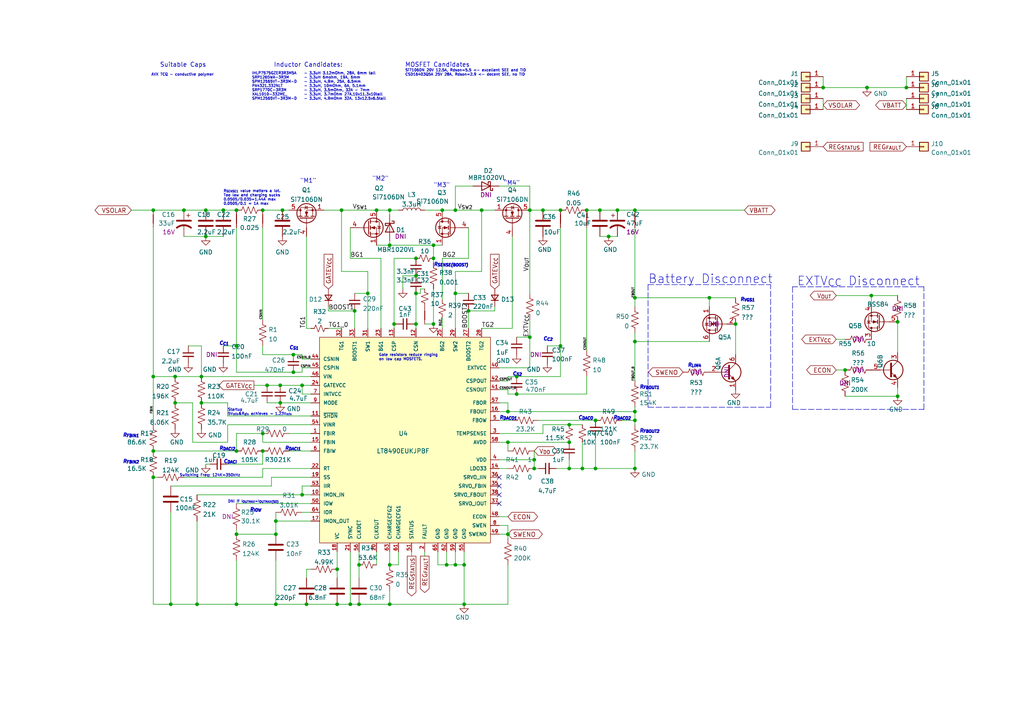
<source format=kicad_sch>
(kicad_sch (version 20211123) (generator eeschema)
  (paper "A4")
  (junction (at 77.47 111.76))
  (junction (at 147.32 119.38))
  (junction (at 147.32 154.94))
  (junction (at 165.1 128.27))
  (junction (at 68.58 130.81))
  (junction (at 81.915 60.96))
  (junction (at 125.73 74.93))
  (junction (at 165.1 123.19))
  (junction (at 170.18 60.96))
  (junction (at 172.72 135.89))
  (junction (at 120.65 93.98))
  (junction (at 176.53 68.58))
  (junction (at 101.6 175.26))
  (junction (at 102.87 90.17))
  (junction (at 165.1 135.89))
  (junction (at 64.77 60.96))
  (junction (at 104.14 163.83))
  (junction (at 139.7 60.96))
  (junction (at 184.15 135.89))
  (junction (at 80.01 154.94))
  (junction (at 50.8 109.22))
  (junction (at 114.3 93.98))
  (junction (at 262.89 25.4))
  (junction (at 132.08 163.83))
  (junction (at 128.27 60.96))
  (junction (at 113.03 175.26))
  (junction (at 184.15 121.92))
  (junction (at 88.9 175.26))
  (junction (at 238.76 25.4))
  (junction (at 109.22 60.96))
  (junction (at 57.15 175.26))
  (junction (at 59.69 60.96))
  (junction (at 99.06 60.96))
  (junction (at 87.63 111.76))
  (junction (at 213.36 93.98))
  (junction (at 153.67 97.79))
  (junction (at 49.53 175.26))
  (junction (at 120.65 80.01))
  (junction (at 80.01 175.26))
  (junction (at 184.15 86.36))
  (junction (at 120.65 85.09))
  (junction (at 106.68 85.09))
  (junction (at 68.58 154.94))
  (junction (at 44.45 109.22))
  (junction (at 87.63 143.51))
  (junction (at 173.99 60.96))
  (junction (at 120.65 74.93))
  (junction (at 125.73 93.98))
  (junction (at 53.34 60.96))
  (junction (at 162.56 100.33))
  (junction (at 104.14 175.26))
  (junction (at 58.42 109.22))
  (junction (at 59.69 68.58))
  (junction (at 154.94 133.35))
  (junction (at 81.28 116.84))
  (junction (at 179.07 60.96))
  (junction (at 44.45 130.81))
  (junction (at 50.8 116.84))
  (junction (at 252.73 85.725))
  (junction (at 129.54 163.83))
  (junction (at 168.91 135.89))
  (junction (at 85.09 107.95))
  (junction (at 97.79 165.1))
  (junction (at 260.35 93.345))
  (junction (at 85.09 102.87))
  (junction (at 68.58 175.26))
  (junction (at 76.2 130.81))
  (junction (at 157.48 60.96))
  (junction (at 132.08 85.09))
  (junction (at 68.58 100.33))
  (junction (at 81.28 111.76))
  (junction (at 205.74 86.36))
  (junction (at 113.03 60.96))
  (junction (at 58.42 116.84))
  (junction (at 132.08 60.96))
  (junction (at 76.2 60.96))
  (junction (at 135.89 90.17))
  (junction (at 97.79 175.26))
  (junction (at 154.94 135.89))
  (junction (at 149.86 109.22))
  (junction (at 125.73 71.12))
  (junction (at 245.11 107.315))
  (junction (at 80.01 151.13))
  (junction (at 153.67 60.96))
  (junction (at 113.03 163.83))
  (junction (at 184.15 60.96))
  (junction (at 260.35 114.935))
  (junction (at 184.15 119.38))
  (junction (at 149.86 114.3))
  (junction (at 134.62 163.83))
  (junction (at 44.45 60.96))
  (junction (at 113.03 71.12))
  (junction (at 68.58 60.96))
  (junction (at 162.56 60.96))
  (junction (at 251.46 25.4))
  (junction (at 44.45 138.43))
  (junction (at 134.62 175.26))
  (junction (at 184.15 99.06))
  (junction (at 172.72 121.92))
  (junction (at 147.32 128.27))
  (junction (at 76.2 125.73))
  (no_connect (at 144.78 138.43))
  (no_connect (at 144.78 140.97))
  (no_connect (at 144.78 143.51))
  (no_connect (at 144.78 146.05))
  (wire (pts (xy 180.34 121.92) (xy 184.15 121.92)))
  (wire (pts (xy 90.17 114.3) (xy 87.63 114.3)))
  (wire (pts (xy 252.73 85.725) (xy 252.73 88.265)))
  (wire (pts (xy 102.87 90.17) (xy 102.87 95.25)))
  (wire (pts (xy 113.03 60.96) (xy 115.57 60.96)))
  (wire (pts (xy 184.15 123.19) (xy 184.15 121.92)))
  (wire (pts (xy 113.03 69.85) (xy 113.03 71.12)))
  (wire (pts (xy 123.19 93.98) (xy 125.73 93.98)))
  (wire (pts (xy 148.59 95.25) (xy 148.59 68.58)))
  (wire (pts (xy 68.58 146.05) (xy 90.17 146.05)))
  (wire (pts (xy 172.72 135.89) (xy 184.15 135.89)))
  (wire (pts (xy 68.58 175.26) (xy 80.01 175.26)))
  (wire (pts (xy 68.58 162.56) (xy 68.58 175.26)))
  (wire (pts (xy 184.15 118.11) (xy 184.15 119.38)))
  (wire (pts (xy 66.04 123.19) (xy 90.17 123.19)))
  (wire (pts (xy 90.17 165.1) (xy 88.9 165.1)))
  (wire (pts (xy 123.19 83.82) (xy 121.92 83.82)))
  (wire (pts (xy 88.9 68.58) (xy 88.9 95.25)))
  (wire (pts (xy 87.63 143.51) (xy 90.17 143.51)))
  (wire (pts (xy 121.92 85.09) (xy 120.65 85.09)))
  (wire (pts (xy 76.2 60.96) (xy 81.915 60.96)))
  (wire (pts (xy 127 160.02) (xy 127 163.83)))
  (wire (pts (xy 87.63 148.59) (xy 90.17 148.59)))
  (wire (pts (xy 121.92 83.82) (xy 121.92 85.09)))
  (wire (pts (xy 59.69 60.96) (xy 64.77 60.96)))
  (wire (pts (xy 97.79 175.26) (xy 101.6 175.26)))
  (wire (pts (xy 251.46 25.4) (xy 262.89 25.4)))
  (wire (pts (xy 129.54 160.02) (xy 129.54 163.83)))
  (wire (pts (xy 120.65 93.98) (xy 120.65 95.25)))
  (wire (pts (xy 157.48 60.96) (xy 162.56 60.96)))
  (wire (pts (xy 116.84 80.01) (xy 120.65 80.01)))
  (wire (pts (xy 170.18 114.3) (xy 170.18 109.22)))
  (wire (pts (xy 97.79 165.1) (xy 97.79 167.64)))
  (wire (pts (xy 90.17 106.68) (xy 87.63 106.68)))
  (wire (pts (xy 85.09 107.95) (xy 68.58 107.95)))
  (wire (pts (xy 144.78 125.73) (xy 157.48 125.73)))
  (wire (pts (xy 172.72 127) (xy 172.72 135.89)))
  (wire (pts (xy 170.18 66.04) (xy 170.18 101.6)))
  (wire (pts (xy 59.69 134.62) (xy 60.96 134.62)))
  (wire (pts (xy 87.63 114.3) (xy 87.63 111.76)))
  (wire (pts (xy 147.32 109.22) (xy 149.86 109.22)))
  (wire (pts (xy 80.01 175.26) (xy 88.9 175.26)))
  (wire (pts (xy 68.58 154.94) (xy 80.01 154.94)))
  (wire (pts (xy 76.2 134.62) (xy 76.2 130.81)))
  (wire (pts (xy 205.74 86.36) (xy 184.15 86.36)))
  (wire (pts (xy 128.27 74.93) (xy 135.89 74.93)))
  (wire (pts (xy 85.09 102.87) (xy 76.2 102.87)))
  (wire (pts (xy 123.19 60.96) (xy 128.27 60.96)))
  (wire (pts (xy 102.87 85.09) (xy 106.68 85.09)))
  (wire (pts (xy 157.48 125.73) (xy 157.48 123.19)))
  (wire (pts (xy 90.17 140.97) (xy 87.63 140.97)))
  (wire (pts (xy 104.14 160.02) (xy 104.14 163.83)))
  (wire (pts (xy 132.08 60.96) (xy 139.7 60.96)))
  (wire (pts (xy 113.03 171.45) (xy 113.03 175.26)))
  (wire (pts (xy 132.08 78.74) (xy 139.7 78.74)))
  (wire (pts (xy 109.22 160.02) (xy 109.22 163.83)))
  (wire (pts (xy 147.32 152.4) (xy 147.32 154.94)))
  (wire (pts (xy 57.15 175.26) (xy 68.58 175.26)))
  (wire (pts (xy 55.88 128.27) (xy 66.04 128.27)))
  (wire (pts (xy 44.45 130.81) (xy 68.58 130.81)))
  (wire (pts (xy 114.3 93.98) (xy 114.3 95.25)))
  (wire (pts (xy 173.99 68.58) (xy 176.53 68.58)))
  (wire (pts (xy 144.78 121.92) (xy 148.59 121.92)))
  (wire (pts (xy 64.77 60.96) (xy 68.58 60.96)))
  (wire (pts (xy 73.66 111.76) (xy 77.47 111.76)))
  (wire (pts (xy 154.94 133.35) (xy 154.94 135.89)))
  (wire (pts (xy 49.53 140.97) (xy 78.74 140.97)))
  (wire (pts (xy 153.67 60.96) (xy 153.67 85.09)))
  (wire (pts (xy 262.89 28.575) (xy 262.89 31.75)))
  (wire (pts (xy 184.15 99.06) (xy 184.15 110.49)))
  (wire (pts (xy 68.58 66.04) (xy 68.58 100.33)))
  (wire (pts (xy 44.45 66.04) (xy 44.45 109.22)))
  (wire (pts (xy 147.32 156.21) (xy 147.32 154.94)))
  (wire (pts (xy 116.84 80.01) (xy 116.84 83.82)))
  (polyline (pts (xy 267.97 83.185) (xy 229.87 83.185)))
  (wire (pts (xy 58.42 109.22) (xy 90.17 109.22)))
  (wire (pts (xy 165.1 135.89) (xy 168.91 135.89)))
  (wire (pts (xy 83.82 130.81) (xy 90.17 130.81)))
  (wire (pts (xy 95.25 95.25) (xy 99.06 95.25)))
  (wire (pts (xy 144.78 149.86) (xy 147.32 149.86)))
  (wire (pts (xy 184.15 86.36) (xy 184.15 66.04)))
  (wire (pts (xy 149.86 109.22) (xy 162.56 109.22)))
  (wire (pts (xy 132.08 85.09) (xy 135.89 85.09)))
  (wire (pts (xy 132.08 53.975) (xy 132.08 60.96)))
  (wire (pts (xy 44.45 138.43) (xy 45.72 138.43)))
  (wire (pts (xy 95.25 90.17) (xy 102.87 90.17)))
  (wire (pts (xy 123.19 160.02) (xy 123.19 161.29)))
  (wire (pts (xy 139.7 95.25) (xy 148.59 95.25)))
  (wire (pts (xy 68.58 125.73) (xy 68.58 130.81)))
  (wire (pts (xy 156.21 135.89) (xy 154.94 135.89)))
  (polyline (pts (xy 267.97 118.745) (xy 267.97 83.185)))
  (wire (pts (xy 77.47 111.76) (xy 81.28 111.76)))
  (wire (pts (xy 184.15 86.36) (xy 184.15 88.9)))
  (wire (pts (xy 139.7 78.74) (xy 139.7 60.96)))
  (wire (pts (xy 213.36 93.98) (xy 213.36 102.87)))
  (wire (pts (xy 147.32 113.03) (xy 147.32 114.3)))
  (wire (pts (xy 66.04 134.62) (xy 76.2 134.62)))
  (wire (pts (xy 90.17 104.14) (xy 87.63 104.14)))
  (wire (pts (xy 134.62 163.83) (xy 134.62 175.26)))
  (wire (pts (xy 115.57 160.02) (xy 115.57 163.83)))
  (wire (pts (xy 44.45 109.22) (xy 50.8 109.22)))
  (wire (pts (xy 85.09 102.87) (xy 87.63 102.87)))
  (wire (pts (xy 132.08 160.02) (xy 132.08 163.83)))
  (wire (pts (xy 119.38 160.02) (xy 119.38 161.29)))
  (wire (pts (xy 125.73 83.82) (xy 125.73 93.98)))
  (wire (pts (xy 156.21 121.92) (xy 172.72 121.92)))
  (wire (pts (xy 238.76 22.225) (xy 238.76 25.4)))
  (wire (pts (xy 44.45 175.26) (xy 49.53 175.26)))
  (wire (pts (xy 157.48 123.19) (xy 165.1 123.19)))
  (wire (pts (xy 238.76 25.4) (xy 251.46 25.4)))
  (wire (pts (xy 153.67 92.71) (xy 153.67 97.79)))
  (wire (pts (xy 120.65 85.09) (xy 120.65 93.98)))
  (wire (pts (xy 149.86 114.3) (xy 170.18 114.3)))
  (wire (pts (xy 120.015 93.98) (xy 120.65 93.98)))
  (wire (pts (xy 109.22 71.12) (xy 113.03 71.12)))
  (wire (pts (xy 88.9 165.1) (xy 88.9 167.64)))
  (wire (pts (xy 238.76 28.575) (xy 238.76 31.75)))
  (wire (pts (xy 81.28 116.84) (xy 77.47 116.84)))
  (wire (pts (xy 99.06 78.74) (xy 99.06 60.96)))
  (wire (pts (xy 38.1 60.96) (xy 44.45 60.96)))
  (wire (pts (xy 115.57 163.83) (xy 113.03 163.83)))
  (wire (pts (xy 114.3 93.98) (xy 114.935 93.98)))
  (wire (pts (xy 129.54 163.83) (xy 132.08 163.83)))
  (wire (pts (xy 149.86 97.79) (xy 153.67 97.79)))
  (wire (pts (xy 144.78 128.27) (xy 147.32 128.27)))
  (wire (pts (xy 144.78 110.49) (xy 147.32 110.49)))
  (wire (pts (xy 76.2 66.04) (xy 76.2 92.71)))
  (wire (pts (xy 81.28 111.76) (xy 87.63 111.76)))
  (wire (pts (xy 106.68 85.09) (xy 106.68 78.74)))
  (wire (pts (xy 143.51 88.9) (xy 143.51 90.17)))
  (wire (pts (xy 87.63 104.14) (xy 87.63 102.87)))
  (wire (pts (xy 97.79 160.02) (xy 97.79 165.1)))
  (wire (pts (xy 113.03 71.12) (xy 125.73 71.12)))
  (wire (pts (xy 57.15 151.13) (xy 57.15 175.26)))
  (wire (pts (xy 66.04 120.65) (xy 90.17 120.65)))
  (wire (pts (xy 147.32 128.27) (xy 165.1 128.27)))
  (wire (pts (xy 44.45 138.43) (xy 44.45 175.26)))
  (wire (pts (xy 147.32 110.49) (xy 147.32 109.22)))
  (wire (pts (xy 260.35 85.725) (xy 252.73 85.725)))
  (wire (pts (xy 162.56 100.33) (xy 162.56 109.22)))
  (wire (pts (xy 242.57 107.315) (xy 245.11 107.315)))
  (wire (pts (xy 90.17 151.13) (xy 80.01 151.13)))
  (wire (pts (xy 144.78 113.03) (xy 147.32 113.03)))
  (wire (pts (xy 184.15 130.81) (xy 184.15 135.89)))
  (wire (pts (xy 101.6 66.04) (xy 101.6 74.93)))
  (wire (pts (xy 158.75 100.33) (xy 162.56 100.33)))
  (wire (pts (xy 83.82 125.73) (xy 90.17 125.73)))
  (wire (pts (xy 137.16 53.975) (xy 132.08 53.975)))
  (wire (pts (xy 44.45 123.19) (xy 44.45 109.22)))
  (wire (pts (xy 106.68 95.25) (xy 106.68 85.09)))
  (wire (pts (xy 173.99 60.96) (xy 179.07 60.96)))
  (wire (pts (xy 144.78 116.84) (xy 147.32 116.84)))
  (polyline (pts (xy 187.96 82.55) (xy 223.52 82.55)))
  (wire (pts (xy 87.63 140.97) (xy 87.63 143.51)))
  (wire (pts (xy 81.28 116.84) (xy 90.17 116.84)))
  (wire (pts (xy 260.35 114.935) (xy 245.11 114.935)))
  (wire (pts (xy 127 163.83) (xy 129.54 163.83)))
  (wire (pts (xy 135.89 90.17) (xy 143.51 90.17)))
  (wire (pts (xy 184.15 99.06) (xy 205.74 99.06)))
  (wire (pts (xy 144.78 135.89) (xy 147.32 135.89)))
  (wire (pts (xy 58.42 116.84) (xy 66.04 116.84)))
  (wire (pts (xy 147.32 130.81) (xy 147.32 128.27)))
  (wire (pts (xy 93.98 60.96) (xy 99.06 60.96)))
  (wire (pts (xy 165.1 135.89) (xy 165.1 133.35)))
  (wire (pts (xy 132.08 60.96) (xy 128.27 60.96)))
  (wire (pts (xy 81.915 60.96) (xy 83.82 60.96)))
  (wire (pts (xy 144.78 53.975) (xy 153.67 53.975)))
  (wire (pts (xy 101.6 175.26) (xy 104.14 175.26)))
  (wire (pts (xy 76.2 135.89) (xy 90.17 135.89)))
  (wire (pts (xy 184.15 121.92) (xy 184.15 119.38)))
  (wire (pts (xy 132.08 95.25) (xy 132.08 85.09)))
  (wire (pts (xy 106.68 78.74) (xy 99.06 78.74)))
  (wire (pts (xy 205.74 86.36) (xy 213.36 86.36)))
  (wire (pts (xy 53.34 60.96) (xy 59.69 60.96)))
  (wire (pts (xy 78.74 138.43) (xy 90.17 138.43)))
  (wire (pts (xy 80.01 151.13) (xy 80.01 154.94)))
  (wire (pts (xy 110.49 74.93) (xy 110.49 95.25)))
  (wire (pts (xy 170.18 60.96) (xy 173.99 60.96)))
  (wire (pts (xy 153.67 106.68) (xy 153.67 97.79)))
  (wire (pts (xy 132.08 85.09) (xy 132.08 78.74)))
  (wire (pts (xy 58.42 100.33) (xy 54.61 100.33)))
  (wire (pts (xy 101.6 74.93) (xy 110.49 74.93)))
  (wire (pts (xy 125.73 71.12) (xy 128.27 71.12)))
  (wire (pts (xy 53.34 138.43) (xy 76.2 138.43)))
  (wire (pts (xy 114.3 74.93) (xy 114.3 93.98)))
  (wire (pts (xy 168.91 135.89) (xy 172.72 135.89)))
  (wire (pts (xy 55.88 116.84) (xy 55.88 128.27)))
  (wire (pts (xy 132.08 163.83) (xy 134.62 163.83)))
  (wire (pts (xy 104.14 163.83) (xy 104.14 167.64)))
  (wire (pts (xy 260.35 93.345) (xy 260.35 102.235)))
  (wire (pts (xy 184.15 60.96) (xy 215.9 60.96)))
  (wire (pts (xy 57.15 143.51) (xy 87.63 143.51)))
  (wire (pts (xy 147.32 116.84) (xy 147.32 119.38)))
  (wire (pts (xy 147.32 114.3) (xy 149.86 114.3)))
  (wire (pts (xy 80.01 151.13) (xy 80.01 148.59)))
  (wire (pts (xy 179.07 60.96) (xy 184.15 60.96)))
  (polyline (pts (xy 223.52 118.11) (xy 223.52 82.55)))
  (wire (pts (xy 153.67 60.96) (xy 157.48 60.96)))
  (wire (pts (xy 125.73 74.93) (xy 125.73 76.2)))
  (wire (pts (xy 147.32 119.38) (xy 184.15 119.38)))
  (wire (pts (xy 113.03 60.96) (xy 113.03 62.23)))
  (wire (pts (xy 113.03 175.26) (xy 134.62 175.26)))
  (wire (pts (xy 242.57 85.725) (xy 252.73 85.725)))
  (wire (pts (xy 161.29 135.89) (xy 165.1 135.89)))
  (wire (pts (xy 76.2 138.43) (xy 76.2 135.89)))
  (wire (pts (xy 134.62 160.02) (xy 134.62 163.83)))
  (wire (pts (xy 76.2 100.33) (xy 76.2 102.87)))
  (wire (pts (xy 49.53 148.59) (xy 49.53 175.26)))
  (wire (pts (xy 109.22 60.96) (xy 113.03 60.96)))
  (wire (pts (xy 50.8 109.22) (xy 58.42 109.22)))
  (wire (pts (xy 104.14 175.26) (xy 113.03 175.26)))
  (wire (pts (xy 66.04 128.27) (xy 66.04 123.19)))
  (wire (pts (xy 162.56 66.04) (xy 162.56 100.33)))
  (wire (pts (xy 260.35 112.395) (xy 260.35 114.935)))
  (wire (pts (xy 144.78 133.35) (xy 154.94 133.35)))
  (wire (pts (xy 144.78 154.94) (xy 147.32 154.94)))
  (wire (pts (xy 101.6 160.02) (xy 101.6 175.26)))
  (wire (pts (xy 125.73 71.12) (xy 125.73 74.93)))
  (wire (pts (xy 76.2 125.73) (xy 68.58 125.73)))
  (wire (pts (xy 58.42 109.22) (xy 58.42 100.33)))
  (wire (pts (xy 88.9 95.25) (xy 90.17 95.25)))
  (wire (pts (xy 135.89 74.93) (xy 135.89 66.04)))
  (wire (pts (xy 113.03 160.02) (xy 113.03 163.83)))
  (wire (pts (xy 128.27 86.995) (xy 128.27 74.93)))
  (wire (pts (xy 262.89 22.225) (xy 262.89 25.4)))
  (wire (pts (xy 44.45 60.96) (xy 53.34 60.96)))
  (polyline (pts (xy 187.96 118.11) (xy 223.52 118.11)))
  (polyline (pts (xy 187.96 82.55) (xy 187.96 118.11)))
  (wire (pts (xy 168.91 128.27) (xy 168.91 135.89)))
  (wire (pts (xy 176.53 68.58) (xy 179.07 68.58)))
  (wire (pts (xy 80.01 162.56) (xy 80.01 175.26)))
  (wire (pts (xy 64.77 100.33) (xy 68.58 100.33)))
  (wire (pts (xy 68.58 154.94) (xy 68.58 153.67)))
  (wire (pts (xy 135.89 90.17) (xy 135.89 95.25)))
  (wire (pts (xy 87.63 107.95) (xy 85.09 107.95)))
  (wire (pts (xy 78.74 140.97) (xy 78.74 138.43)))
  (polyline (pts (xy 229.87 83.185) (xy 229.87 118.745)))
  (wire (pts (xy 144.78 152.4) (xy 147.32 152.4)))
  (wire (pts (xy 144.78 106.68) (xy 153.67 106.68)))
  (wire (pts (xy 242.57 98.425) (xy 245.11 98.425)))
  (wire (pts (xy 66.04 116.84) (xy 66.04 120.65)))
  (wire (pts (xy 90.17 128.27) (xy 76.2 128.27)))
  (wire (pts (xy 49.53 175.26) (xy 57.15 175.26)))
  (wire (pts (xy 59.69 68.58) (xy 64.77 68.58)))
  (wire (pts (xy 153.67 53.975) (xy 153.67 60.96)))
  (wire (pts (xy 168.91 123.19) (xy 165.1 123.19)))
  (wire (pts (xy 114.3 74.93) (xy 120.65 74.93)))
  (wire (pts (xy 144.78 119.38) (xy 147.32 119.38)))
  (wire (pts (xy 87.63 111.76) (xy 90.17 111.76)))
  (wire (pts (xy 154.94 130.81) (xy 154.94 133.35)))
  (wire (pts (xy 147.32 163.83) (xy 147.32 175.26)))
  (wire (pts (xy 95.25 88.9) (xy 95.25 90.17)))
  (wire (pts (xy 139.7 60.96) (xy 143.51 60.96)))
  (wire (pts (xy 134.62 175.26) (xy 147.32 175.26)))
  (wire (pts (xy 128.27 92.075) (xy 128.27 95.25)))
  (wire (pts (xy 184.15 96.52) (xy 184.15 99.06)))
  (polyline (pts (xy 229.87 118.745) (xy 267.97 118.745)))
  (wire (pts (xy 205.74 86.36) (xy 205.74 88.9)))
  (wire (pts (xy 53.34 68.58) (xy 59.69 68.58)))
  (wire (pts (xy 50.8 116.84) (xy 55.88 116.84)))
  (wire (pts (xy 87.63 106.68) (xy 87.63 107.95)))
  (wire (pts (xy 76.2 128.27) (xy 76.2 125.73)))
  (wire (pts (xy 88.9 175.26) (xy 97.79 175.26)))
  (wire (pts (xy 68.58 100.33) (xy 68.58 107.95)))
  (wire (pts (xy 99.06 60.96) (xy 109.22 60.96)))
  (text "R_{DACI1}" (at 82.55 130.81 0) (effects (font (size 1.016 1.016) (thickness 0.254) bold italic) (justify left bottom)))
  (text "C_{DACO}" (at 167.64 121.92 0) (effects (font (size 1.016 1.016) (thickness 0.254) bold italic) (justify left bottom)))
  (text "C_{C2}" (at 157.48 99.06 0) (effects (font (size 1.016 1.016) (thickness 0.254) bold italic) (justify left bottom)))
  (text "DNI if I_{OUTMAX}=I_{OUTMAX(SO)}" (at 66.04 146.05 0) (effects (font (size 0.762 0.762)) (justify left bottom)))
  (text "Battery Disconnect" (at 187.96 82.55 0) (effects (font (size 2.54 2.54)) (justify left bottom)))
  (text "Startup\n5V_{min}&R_{div} achieves → 1.23V_{min}" (at 66.04 120.65 0) (effects (font (size 0.762 0.762)) (justify left bottom)))
  (text "C_{S1}" (at 83.82 101.6 0) (effects (font (size 1.016 1.016) (thickness 0.254) bold italic) (justify left bottom)))
  (text "C_{S2}" (at 148.59 109.22 0) (effects (font (size 1.016 1.016) (thickness 0.254) bold italic) (justify left bottom)))
  (text "Switching Freq: 124K=350kHz" (at 52.07 138.43 0) (effects (font (size 0.762 0.762)) (justify left bottom)))
  (text "Suitable Caps" (at 46.355 19.685 0) (effects (font (size 1.27 1.27)) (justify left bottom)))
  (text "R_{LIM4}" (at 199.39 106.68 0) (effects (font (size 1.016 1.016) (thickness 0.254) bold italic) (justify left bottom)))
  (text "\"M4\"" (at 146.05 53.975 0) (effects (font (size 1.27 1.27)) (justify left bottom)))
  (text "Gate resistors reduce ringing\non low cap MOSFETS." (at 109.855 104.775 0) (effects (font (size 0.762 0.762)) (justify left bottom)))
  (text "R_{DACO2}" (at 177.8 121.92 0) (effects (font (size 1.016 1.016) (thickness 0.254) bold italic) (justify left bottom)))
  (text "Si7106DN 20V 12.5A, Rdson=5.5 <- excellent SEE and TID\nCSD16403Q5A 25V 28A, Rdson=2.9 <- decent SEE, no TID\n" (at 117.475 22.225 0) (effects (font (size 0.762 0.762)) (justify left bottom)))
  (text "R_{DACI2}" (at 63.5 130.81 0) (effects (font (size 1.016 1.016) (thickness 0.254) bold italic) (justify left bottom)))
  (text "R_{SENSE(BOOST)}" (at 125.73 77.47 0) (effects (font (size 1.016 1.016) (thickness 0.254) bold italic) (justify left bottom)))
  (text "R_{FBIN2}" (at 35.56 134.62 0) (effects (font (size 1.016 1.016) (thickness 0.254) bold italic) (justify left bottom)))
  (text "C_{C1}" (at 63.5 100.33 0) (effects (font (size 1.016 1.016) (thickness 0.254) bold italic) (justify left bottom)))
  (text "R_{DACO1}" (at 144.78 121.92 0) (effects (font (size 1.016 1.016) (thickness 0.254) bold italic) (justify left bottom)))
  (text "IHLP7575GZER3R3M5A 	- 3.3uH 3.12mOhm, 28A, 6mm tall\nSRP1265WA-3R3M 		- 3.3uH 6mohm, 19A, 6mm \nSPM12565VT-3R3M-D 	- 3.3uH, 4.9m, 25A, 6.5mm \nPA4321.332NLT 		- 3.3uH, 10mOhm, 6A, 5.1mm\nSRP1770C-3R3M 		- 3.3uH, 3.5mOhm, 32A - 7mm\nXAL1010-332ME_		- 3.3uH, 3.7mOhm 27A,10x11.3x10tall\nSPM12565VT-3R3M-D	- 3.3uH, 4.9mOhm 32A, 13x12.5x6.5tall" (at 73.025 29.21 0) (effects (font (size 0.762 0.762)) (justify left bottom)))
  (text "R_{SENSE1} value matters a lot.\nToo low and charging sucks\n0.0505/0.035=1.44A max\n0.0505/0.1 = 1A max\n" (at 64.77 59.69 0) (effects (font (size 0.762 0.762)) (justify left bottom)))
  (text "EXTV_{CC} Disconnect" (at 231.14 83.185 0) (effects (font (size 2.54 2.54)) (justify left bottom)))
  (text "\"M2\"" (at 107.95 52.705 0) (effects (font (size 1.27 1.27)) (justify left bottom)))
  (text "\"M3\"" (at 125.73 54.61 0) (effects (font (size 1.27 1.27)) (justify left bottom)))
  (text "R_{FBIN1}" (at 35.56 127 0) (effects (font (size 1.016 1.016) (thickness 0.254) bold italic) (justify left bottom)))
  (text "R_{IOW}" (at 72.39 148.59 0) (effects (font (size 1.016 1.016) (thickness 0.254) bold italic) (justify left bottom)))
  (text "MOSFET Candidates" (at 117.475 19.685 0) (effects (font (size 1.27 1.27)) (justify left bottom)))
  (text "AVX TCQ - conductive polymer" (at 43.815 22.225 0) (effects (font (size 0.762 0.762)) (justify left bottom)))
  (text "C_{DACI}" (at 64.77 134.62 0) (effects (font (size 1.016 1.016) (thickness 0.254) bold italic) (justify left bottom)))
  (text "\"M1\"" (at 86.995 53.34 0) (effects (font (size 1.27 1.27)) (justify left bottom)))
  (text "R_{FBOUT2}" (at 185.42 125.73 0) (effects (font (size 1.016 1.016) (thickness 0.254) bold italic) (justify left bottom)))
  (text "Inductor Candidates:" (at 79.375 19.685 0) (effects (font (size 1.27 1.27)) (justify left bottom)))
  (text "R_{FBOUT1}" (at 185.42 113.03 0) (effects (font (size 1.016 1.016) (thickness 0.254) bold italic) (justify left bottom)))
  (text "R_{VGS1}" (at 214.63 87.63 0) (effects (font (size 1.016 1.016) (thickness 0.254) bold italic) (justify left bottom)))
  (label "TG1" (at 88.9 95.25 90))
  (label "FBOUT" (at 184.15 86.36 90) (effects (font (size 0.635 0.635))))
  (label "BOOST2" (at 135.89 95.25 90))
  (label "EXTV_{CC}" (at 153.67 97.79 90))
  (label "TG1_0" (at 95.25 95.25 0))
  (label "CSNIN" (at 76.2 92.71 90) (effects (font (size 0.635 0.635))))
  (label "BG2_" (at 128.27 92.075 270) (effects (font (size 0.635 0.635))))
  (label "V_{OUT}" (at 153.67 78.74 90))
  (label "CSNOUT_0" (at 144.78 113.03 0) (effects (font (size 0.635 0.635))))
  (label "FBIN" (at 44.45 120.015 90) (effects (font (size 0.635 0.635))))
  (label "FBOUT_0" (at 184.15 110.49 90) (effects (font (size 0.635 0.635))))
  (label "CSNIN_0" (at 90.17 104.14 180) (effects (font (size 0.635 0.635))))
  (label "V_{SW2}" (at 132.715 60.96 0))
  (label "CSPOUT" (at 144.78 110.49 0) (effects (font (size 0.635 0.635))))
  (label "CSPIN" (at 90.17 106.68 180) (effects (font (size 0.635 0.635))))
  (label "BG1" (at 101.6 74.93 0))
  (label "V_{SW1}" (at 102.235 60.96 0))
  (label "TG2" (at 139.7 95.25 0))
  (label "BG2" (at 128.27 74.93 0))
  (label "BOOST1" (at 95.25 90.17 0))
  (label "CSNOUT" (at 170.18 101.6 90) (effects (font (size 0.635 0.635))))
  (global_label "GATEV_{CC}" (shape input) (at 143.51 83.82 90) (property "Intersheet References" "${INTERSHEET_REFS}" (effects hide)))
  (global_label "REG_{STATUS}" (shape input) (at 238.76 42.545 0) (property "Intersheet References" "${INTERSHEET_REFS}" (effects hide)))
  (global_label "REG_{FAULT}" (shape output) (at 123.19 161.29 270) (property "Intersheet References" "${INTERSHEET_REFS}" (effects hide)))
  (global_label "GATEV_{CC}" (shape output) (at 73.66 111.76 180) (property "Intersheet References" "${INTERSHEET_REFS}" (effects hide)))
  (global_label "VBATT" (shape bidirectional) (at 215.9 60.96 0) (property "Intersheet References" "${INTERSHEET_REFS}" (effects hide)))
  (global_label "SWENO" (shape bidirectional) (at 198.12 107.95 180) (property "Intersheet References" "${INTERSHEET_REFS}" (effects hide)))
  (global_label "REG_{FAULT}" (shape input) (at 262.89 42.545 180) (property "Intersheet References" "${INTERSHEET_REFS}" (effects hide)))
  (global_label "VSOLAR" (shape bidirectional) (at 38.1 60.96 180) (property "Intersheet References" "${INTERSHEET_REFS}" (effects hide)))
  (global_label "VSOLAR" (shape bidirectional) (at 238.76 30.48 0) (property "Intersheet References" "${INTERSHEET_REFS}" (effects hide)))
  (global_label "ECON" (shape bidirectional) (at 147.32 149.86 0) (property "Intersheet References" "${INTERSHEET_REFS}" (effects hide)))
  (global_label "EXTV_{CC}" (shape bidirectional) (at 242.57 98.425 180) (property "Intersheet References" "${INTERSHEET_REFS}" (effects hide)))
  (global_label "GATEV_{CC}" (shape input) (at 95.25 83.82 90) (property "Intersheet References" "${INTERSHEET_REFS}" (effects hide)))
  (global_label "V_{OUT}" (shape bidirectional) (at 242.57 85.725 180) (property "Intersheet References" "${INTERSHEET_REFS}" (effects hide)))
  (global_label "SWENO" (shape bidirectional) (at 147.32 154.94 0) (property "Intersheet References" "${INTERSHEET_REFS}" (effects hide)))
  (global_label "V_{DD}" (shape bidirectional) (at 154.94 130.81 0) (property "Intersheet References" "${INTERSHEET_REFS}" (effects hide)))
  (global_label "VBATT" (shape bidirectional) (at 262.89 30.48 180) (property "Intersheet References" "${INTERSHEET_REFS}" (effects hide)))
  (global_label "ECON" (shape bidirectional) (at 242.57 107.315 180) (property "Intersheet References" "${INTERSHEET_REFS}" (effects hide)))
  (global_label "REG_{STATUS}" (shape output) (at 119.38 161.29 270) (property "Intersheet References" "${INTERSHEET_REFS}" (effects hide)))
  (symbol (lib_id "Device:NetTie_2") (at 68.58 63.5 90) (unit 1)
    (property "Reference" "NT2" (effects hide))
    (property "Value" "NetTie_2" (effects hide))
    (property "Footprint" "NetTie:NetTie-2_SMD_Pad0.5mm" (effects hide))
  )
  (symbol (lib_id "power:GND") (at 213.36 113.03 0) (unit 1)
    (property "Reference" "#PWR0113" (effects hide))
    (property "Value" "GND" (at 210.82 116.84 0) (effects (justify left)))
  )
  (symbol (lib_id "Device:C_Small") (at 172.72 124.46 180) (unit 1)
    (property "Reference" "C40" (at 173.99 125.73 0) (effects (justify right)))
    (property "Value" "100nF" (at 173.99 128.27 0) (effects (justify right)))
    (property "Footprint" "Capacitor_SMD:C_0603_1608Metric" (effects hide))
  )
  (symbol (lib_id "Device:R_US") (at 184.15 127 0) (unit 1)
    (property "Reference" "R52" (at 185.42 127 0) (effects (justify left)))
    (property "Value" "23.7K" (at 185.42 129.54 0) (effects (justify left)))
    (property "Footprint" "Resistor_SMD:R_0603_1608Metric" (effects hide))
  )
  (symbol (lib_id "Connector_Generic:Conn_01x01") (at 267.97 22.225 0) (unit 1)
    (property "Reference" "J5" (at 270.002 21.3903 0) (effects (justify left)))
    (property "Value" "Conn_01x01" (at 270.002 23.9272 0) (effects (justify left)))
    (property "Footprint" "custom-footprints:castellated_05mm" (effects hide))
    (property "DNI" "DNI" (effects hide))
  )
  (symbol (lib_id "Device:R_US") (at 151.13 130.81 270) (unit 1)
    (property "Reference" "R41" (at 148.59 133.35 90))
    (property "Value" "1" (at 153.67 133.35 90))
    (property "Footprint" "Resistor_SMD:R_0603_1608Metric" (effects hide))
  )
  (symbol (lib_id "Device:R_US") (at 201.93 107.95 90) (unit 1)
    (property "Reference" "R53" (at 201.93 110.9885 90))
    (property "Value" "???" (at 201.93 113.7636 90))
    (property "Footprint" "Resistor_SMD:R_0603_1608Metric" (effects hide))
    (property "DNI" "DNI" (at 201.93 107.95 90))
  )
  (symbol (lib_id "Device:R_US") (at 153.67 88.9 0) (unit 1)
    (property "Reference" "R44" (at 155.321 87.9915 0) (effects (justify left)))
    (property "Value" "0" (at 155.321 90.7666 0) (effects (justify left)))
    (property "Footprint" "Resistor_SMD:R_0603_1608Metric" (effects hide))
  )
  (symbol (lib_id "power:GND") (at 176.53 68.58 0) (unit 1)
    (property "Reference" "#PWR0112" (effects hide))
    (property "Value" "GND" (at 179.07 72.39 0) (effects (justify right)))
  )
  (symbol (lib_id "Device:R_US") (at 58.42 113.03 0) (unit 1)
    (property "Reference" "R23" (at 60.071 112.1215 0) (effects (justify left)))
    (property "Value" "110K" (at 60.071 114.8966 0) (effects (justify left)))
    (property "Footprint" "Resistor_SMD:R_0603_1608Metric" (effects hide))
  )
  (symbol (lib_id "power:GND") (at 81.915 68.58 0) (unit 1)
    (property "Reference" "#PWR0122" (effects hide))
    (property "Value" "GND" (at 81.915 73.1425 0))
  )
  (symbol (lib_id "Device:C") (at 64.77 64.77 0) (unit 1)
    (property "Reference" "C22" (at 62.865 62.23 0) (effects (justify left)))
    (property "Value" "2.2uF" (at 62.865 67.31 0) (effects (justify left)))
    (property "Footprint" "Capacitor_SMD:C_0805_2012Metric" (effects hide))
  )
  (symbol (lib_id "Connector_Generic:Conn_01x01") (at 233.68 22.225 0) (mirror y) (unit 1)
    (property "Reference" "J1" (at 231.648 21.3903 0) (effects (justify left)))
    (property "Value" "Conn_01x01" (at 231.648 23.9272 0) (effects (justify left)))
    (property "Footprint" "custom-footprints:castellated_05mm" (effects hide))
    (property "DNI" "DNI" (effects hide))
  )
  (symbol (lib_id "Device:R_Small_US") (at 106.68 163.83 90) (unit 1)
    (property "Reference" "R34" (at 106.68 158.9745 90))
    (property "Value" "53.6K" (at 106.68 161.7496 90))
    (property "Footprint" "Resistor_SMD:R_0603_1608Metric" (effects hide))
  )
  (symbol (lib_id "Device:R_US") (at 72.39 130.81 270) (unit 1)
    (property "Reference" "R28" (at 72.39 128.27 90))
    (property "Value" "105K" (at 72.39 133.35 90))
    (property "Footprint" "Resistor_SMD:R_0603_1608Metric" (effects hide))
  )
  (symbol (lib_id "Device:C") (at 173.99 64.77 0) (unit 1)
    (property "Reference" "C41" (at 171.069 62.4739 0) (effects (justify right)))
    (property "Value" "10uF" (at 171.45 64.77 0) (effects (justify right)))
    (property "Footprint" "Capacitor_SMD:C_0805_2012Metric" (effects hide))
  )
  (symbol (lib_id "Device:R_Small_US") (at 123.19 86.36 0) (unit 1)
    (property "Reference" "R37" (at 124.841 85.5253 0) (effects (justify left)))
    (property "Value" "10" (at 124.841 88.0622 0) (effects (justify left)))
    (property "Footprint" "Resistor_SMD:R_0603_1608Metric" (effects hide))
  )
  (symbol (lib_id "Device:C_Small") (at 54.61 102.87 0) (unit 1)
    (property "Reference" "C17" (at 52.2859 101.9678 0) (effects (justify right)))
    (property "Value" "2.2uF" (at 52.2859 104.7429 0) (effects (justify right)))
    (property "Footprint" "Capacitor_SMD:C_0603_1608Metric" (effects hide))
  )
  (symbol (lib_id "Device:R_US") (at 44.45 134.62 0) (unit 1)
    (property "Reference" "R18" (at 40.64 133.35 0) (effects (justify left)))
    (property "Value" "16.5K" (at 36.83 135.89 0) (effects (justify left)))
    (property "Footprint" "Resistor_SMD:R_0603_1608Metric" (effects hide))
  )
  (symbol (lib_id "Device:R_US") (at 260.35 89.535 180) (unit 1)
    (property "Reference" "R58" (at 262.001 88.6265 0) (effects (justify right)))
    (property "Value" "???" (at 262.001 91.4016 0) (effects (justify right)))
    (property "Footprint" "Resistor_SMD:R_0603_1608Metric" (effects hide))
    (property "DNI" "DNI" (at 260.35 89.535 0))
  )
  (symbol (lib_id "Device:R_US") (at 72.39 60.96 90) (unit 1)
    (property "Reference" "R27" (at 72.39 63.5 90))
    (property "Value" "0.025" (at 72.39 66.04 90))
    (property "Footprint" "Resistor_SMD:R_1206_3216Metric" (effects hide))
  )
  (symbol (lib_id "Device:C_Small") (at 149.86 100.33 0) (unit 1)
    (property "Reference" "C34" (at 147.536 99.4278 0) (effects (justify right)))
    (property "Value" "1uF" (at 147.536 102.2029 0) (effects (justify right)))
    (property "Footprint" "Capacitor_SMD:C_0603_1608Metric" (effects hide))
  )
  (symbol (lib_id "power:GND") (at 81.28 116.84 0) (unit 1)
    (property "Reference" "#PWR0121" (effects hide))
    (property "Value" "GND" (at 83.185 118.589 0) (effects (justify left)))
  )
  (symbol (lib_id "Device:NetTie_2") (at 123.19 91.44 90) (unit 1)
    (property "Reference" "NT1" (effects hide))
    (property "Value" "NetTie_2" (effects hide))
    (property "Footprint" "NetTie:NetTie-2_SMD_Pad0.5mm" (effects hide))
  )
  (symbol (lib_id "Device:R_US") (at 184.15 92.71 0) (unit 1)
    (property "Reference" "R50" (at 182.499 91.8015 0) (effects (justify right)))
    (property "Value" "0" (at 182.499 94.5766 0) (effects (justify right)))
    (property "Footprint" "Resistor_SMD:R_0603_1608Metric" (effects hide))
  )
  (symbol (lib_id "Device:R_US") (at 49.53 138.43 270) (unit 1)
    (property "Reference" "R19" (at 49.53 133.5745 90))
    (property "Value" "124K" (at 49.53 136.3496 90))
    (property "Footprint" "Resistor_SMD:R_0603_1608Metric" (effects hide))
  )
  (symbol (lib_id "Device:NetTie_2") (at 76.2 63.5 90) (unit 1)
    (property "Reference" "NT3" (effects hide))
    (property "Value" "NetTie_2" (effects hide))
    (property "Footprint" "NetTie:NetTie-2_SMD_Pad0.5mm" (effects hide))
  )
  (symbol (lib_id "Transistor_FET:Si7336ADP") (at 130.81 66.04 0) (mirror y) (unit 1)
    (property "Reference" "Q3" (at 129.54 55.88 0) (effects (justify left)))
    (property "Value" "Si7106DN" (at 130.175 58.42 0) (effects (justify left)))
    (property "Footprint" "custom-footprints:SIS862DNT1GE3" (effects hide))
  )
  (symbol (lib_id "power:GND") (at 260.35 114.935 0) (unit 1)
    (property "Reference" "#PWR0116" (effects hide))
    (property "Value" "GND" (at 257.81 118.745 0) (effects (justify left)))
  )
  (symbol (lib_id "Device:R_US") (at 58.42 120.65 0) (unit 1)
    (property "Reference" "R24" (at 60.071 119.7415 0) (effects (justify left)))
    (property "Value" "35.7K" (at 60.071 122.5166 0) (effects (justify left)))
    (property "Footprint" "Resistor_SMD:R_0603_1608Metric" (effects hide))
  )
  (symbol (lib_id "power:GND") (at 149.86 102.87 0) (unit 1)
    (property "Reference" "#PWR0118" (effects hide))
    (property "Value" "GND" (at 147.9551 104.619 0) (effects (justify right)))
  )
  (symbol (lib_id "Device:D_Small") (at 95.25 86.36 90) (unit 1)
    (property "Reference" "D12" (at 93.472 86.839 90) (effects (justify left)))
    (property "Value" "CMMR1U-02 TR" (effects hide))
    (property "Footprint" "Diode_SMD:D_SOD-123F" (effects hide))
  )
  (symbol (lib_id "Device:C") (at 104.14 171.45 0) (unit 1)
    (property "Reference" "C30" (at 107.061 170.5415 0) (effects (justify left)))
    (property "Value" "68nF" (at 107.061 173.3166 0) (effects (justify left)))
    (property "Footprint" "Capacitor_SMD:C_0603_1608Metric" (effects hide))
  )
  (symbol (lib_id "power:GND") (at 184.15 135.89 0) (unit 1)
    (property "Reference" "#PWR0115" (effects hide))
    (property "Value" "GND" (at 186.055 137.639 0) (effects (justify left)))
  )
  (symbol (lib_id "symbols:LT8490EUKJPBF") (at 119.38 97.79 0) (unit 1)
    (property "Reference" "U4" (at 115.57 125.73 0) (effects (justify left)))
    (property "Value" "LT8490EUKJPBF" (at 109.22 130.81 0) (effects (justify left)))
    (property "Footprint" "custom-footprints:LT8490EUKJ#PBF" (effects hide))
    (property "Datasheet" "https://www.analog.com/media/en/technical-documentation/data-sheets/8490fa.pdf" (effects hide))
    (property "automotive" "No" (effects hide))
    (property "category" "IC" (effects hide))
    (property "device class L1" "Integrated Circuits (ICs)" (effects hide))
    (property "device class L2" "Power Management ICs" (effects hide))
    (property "device class L3" "Battery Management" (effects hide))
    (property "digikey description" "IC BATT CHG MULTI-CHEM 64QFN" (effects hide))
    (property "digikey part number" "LT8490EUKJ#PBF-ND" (effects hide))
    (property "footprint url" "https://www.analog.com/media/en/package-pcb-resources/package/pkg_pdf/ltc-legacy-qfn/05081922_b_ukj64(58).pdf" (effects hide))
    (property "height" "0.8mm" (effects hide))
    (property "lead free" "Yes" (effects hide))
    (property "library id" "22bf639927d060ab" (effects hide))
    (property "manufacturer" "Analog Devices" (effects hide))
    (property "max junction temp" "+125°C" (effects hide))
    (property "max supply voltage" "80V" (effects hide))
    (property "min supply voltage" "6V" (effects hide))
    (property "mouser description" "Switching Battery Charger Controller Lead-Acid/Li-Ion 1.3V to 80V 64-Pin QFN EP Tube" (effects hide))
    (property "mouser part number" "584-LT8490EUKJ#PBF" (effects hide))
    (property "nominal supply current" "2.65-4mA" (effects hide))
    (property "number of cells" "1" (effects hide))
    (property "number of outputs" "1" (effects hide))
    (property "package" "QFN64" (effects hide))
    (property "rohs" "Yes" (effects hide))
    (property "standoff height" "0mm" (effects hide))
    (property "temperature range high" "+125°C" (effects hide))
    (property "temperature range low" "-40°C" (effects hide))
  )
  (symbol (lib_id "Device:C_Small") (at 63.5 134.62 90) (mirror x) (unit 1)
    (property "Reference" "C19" (at 63.5 132.08 90))
    (property "Value" "1uF" (at 60.96 133.35 90))
    (property "Footprint" "Capacitor_SMD:C_0603_1608Metric" (effects hide))
  )
  (symbol (lib_id "Device:C_Small") (at 81.28 114.3 180) (unit 1)
    (property "Reference" "C24" (at 83.6041 113.3851 0) (effects (justify right)))
    (property "Value" "4.7uF" (at 83.82 115.57 0) (effects (justify right)))
    (property "Footprint" "Capacitor_SMD:C_0603_1608Metric" (effects hide))
  )
  (symbol (lib_id "Device:R_US") (at 83.82 148.59 270) (unit 1)
    (property "Reference" "R31" (at 83.82 143.7345 90))
    (property "Value" "3.01K" (at 83.82 146.5096 90))
    (property "Footprint" "Resistor_SMD:R_0603_1608Metric" (effects hide))
  )
  (symbol (lib_id "power:GND") (at 116.84 83.82 0) (unit 1)
    (property "Reference" "#PWR0124" (effects hide))
    (property "Value" "GND" (effects hide))
  )
  (symbol (lib_id "power:GND") (at 157.48 68.58 0) (unit 1)
    (property "Reference" "#PWR0117" (effects hide))
    (property "Value" "GND" (at 160.02 72.39 0) (effects (justify right)))
  )
  (symbol (lib_id "ypanel-rescue:BSS138DWQ-7-symbols") (at 207.01 93.98 180) (unit 1)
    (property "Reference" "Q5" (at 212.09 97.79 0) (effects (justify left)))
    (property "Value" "BSS84" (effects hide))
    (property "Footprint" "custom-footprints:BSS138DWQ-7" (effects hide))
    (property "Datasheet" "https://www.diodes.com/assets/Datasheets/BSS138DWQ.pdf" (effects hide))
    (property "Description" "MOSFET BSS Family" (effects hide))
    (property "Height" "1.1" (effects hide))
    (property "Manufacturer_Name" "Diodes Inc." (effects hide))
    (property "Manufacturer_Part_Number" "BSS138DWQ-7" (effects hide))
    (property "Mouser Part Number" "621-BSS138DWQ-7" (effects hide))
    (property "Mouser Price/Stock" "https://www.mouser.co.uk/ProductDetail/Diodes-Incorporated/BSS138DWQ-7?qs=nJRy1mI8RR9wz3YdMQOQIA%3D%3D" (effects hide))
    (property "DNI" "DNI" (effects hide))
  )
  (symbol (lib_id "Device:C_Polarized_US") (at 53.34 64.77 0) (mirror y) (unit 1)
    (property "Reference" "C16" (at 50.8 62.23 0) (effects (justify left)))
    (property "Value" "33uF" (at 50.8 64.77 0) (effects (justify left)))
    (property "Footprint" "Capacitor_Tantalum_SMD:CP_EIA-7343-30_AVX-N" (effects hide))
    (property "Voltage" "16V" (at 50.8 67.31 0) (effects (justify left)))
    (property "PN" "TCQD336M016R0070E" (effects hide))
  )
  (symbol (lib_id "Device:NetTie_2") (at 162.56 63.5 90) (unit 1)
    (property "Reference" "NT4" (effects hide))
    (property "Value" "NetTie_2" (effects hide))
    (property "Footprint" "NetTie:NetTie-2_SMD_Pad0.5mm" (effects hide))
  )
  (symbol (lib_id "Connector_Generic:Conn_01x01") (at 267.97 28.575 0) (unit 1)
    (property "Reference" "J7" (at 270.002 27.7403 0) (effects (justify left)))
    (property "Value" "Conn_01x01" (at 270.002 30.2772 0) (effects (justify left)))
    (property "Footprint" "custom-footprints:castellated_05mm" (effects hide))
    (property "DNI" "DNI" (effects hide))
  )
  (symbol (lib_id "Device:R_US") (at 80.01 125.73 270) (unit 1)
    (property "Reference" "R29" (at 76.2 124.46 90))
    (property "Value" "0" (at 82.55 124.46 90))
    (property "Footprint" "Resistor_SMD:R_0603_1608Metric" (effects hide))
  )
  (symbol (lib_id "Device:C_Small") (at 135.89 87.63 0) (unit 1)
    (property "Reference" "C33" (at 137.16 86.36 0) (effects (justify left)))
    (property "Value" "220nF" (at 137.16 88.9 0) (effects (justify left)))
    (property "Footprint" "Capacitor_SMD:C_0603_1608Metric" (effects hide))
  )
  (symbol (lib_id "power:GND") (at 64.77 105.41 0) (unit 1)
    (property "Reference" "#PWR0119" (effects hide))
    (property "Value" "GND" (at 62.8651 107.159 0) (effects (justify right)))
  )
  (symbol (lib_id "Device:D_Small") (at 143.51 86.36 90) (unit 1)
    (property "Reference" "D13" (at 145.288 86.839 90) (effects (justify right)))
    (property "Value" "CMMR1U-02 TR" (effects hide))
    (property "Footprint" "Diode_SMD:D_SOD-123F" (effects hide))
  )
  (symbol (lib_id "Device:C_Small") (at 158.75 135.89 90) (unit 1)
    (property "Reference" "C38" (at 158.7563 139.6016 90))
    (property "Value" "4.7uF" (at 158.7563 142.3767 90))
    (property "Footprint" "Capacitor_SMD:C_0603_1608Metric" (effects hide))
  )
  (symbol (lib_id "Device:C_Small") (at 102.87 87.63 0) (unit 1)
    (property "Reference" "C29" (at 105.1941 86.7278 0) (effects (justify left)))
    (property "Value" "220nF" (at 105.1941 89.5029 0) (effects (justify left)))
    (property "Footprint" "Capacitor_SMD:C_0603_1608Metric" (effects hide))
  )
  (symbol (lib_id "Device:D_Schottky") (at 140.97 53.975 180) (unit 1)
    (property "Reference" "D2" (at 141.605 49.53 0))
    (property "Value" "MBR1020VL" (at 141.2875 51.5421 0))
    (property "Footprint" "Diode_SMD:D_SOD-123F" (effects hide))
    (property "DNI" "DNI" (at 140.97 56.515 0))
  )
  (symbol (lib_id "Device:C") (at 88.9 171.45 0) (unit 1)
    (property "Reference" "C27" (at 85.979 170.5415 0) (effects (justify right)))
    (property "Value" "220pF" (at 85.979 173.3166 0) (effects (justify right)))
    (property "Footprint" "Capacitor_SMD:C_0603_1608Metric" (effects hide))
  )
  (symbol (lib_id "Device:C_Small") (at 77.47 114.3 0) (mirror x) (unit 1)
    (property "Reference" "C21" (at 74.93 114.3 0) (effects (justify right)))
    (property "Value" "4.7uF" (at 75.1459 116.1602 0) (effects (justify right)))
    (property "Footprint" "Capacitor_SMD:C_0603_1608Metric" (effects hide))
  )
  (symbol (lib_id "Device:R_Small_US") (at 128.27 89.535 0) (unit 1)
    (property "Reference" "R39" (at 129.921 88.6265 0) (effects (justify left)))
    (property "Value" "2" (at 129.921 91.4016 0) (effects (justify left)))
    (property "Footprint" "Resistor_SMD:R_0603_1608Metric" (effects hide))
  )
  (symbol (lib_id "power:GND") (at 59.69 68.58 0) (unit 1)
    (property "Reference" "#PWR0123" (effects hide))
    (property "Value" "GND" (at 59.69 73.1425 0))
  )
  (symbol (lib_id "Device:R_Small_US") (at 123.19 74.93 270) (unit 1)
    (property "Reference" "R36" (at 123.19 70.0745 90))
    (property "Value" "10" (at 123.19 72.8496 90))
    (property "Footprint" "Resistor_SMD:R_0603_1608Metric" (effects hide))
  )
  (symbol (lib_id "Device:R_US") (at 76.2 96.52 0) (unit 1)
    (property "Reference" "R1" (at 77.851 95.6115 0) (effects (justify left)))
    (property "Value" "10" (at 77.851 98.3866 0) (effects (justify left)))
    (property "Footprint" "Resistor_SMD:R_0603_1608Metric" (effects hide))
  )
  (symbol (lib_id "Device:L") (at 119.38 60.96 90) (unit 1)
    (property "Reference" "L3" (at 119.38 56.4855 90))
    (property "Value" "3.3uH" (at 119.38 59.2606 90))
    (property "Footprint" "custom-footprints:L_SRP1770C" (effects hide))
  )
  (symbol (lib_id "power:GND") (at 58.42 124.46 0) (unit 1)
    (property "Reference" "#PWR0125" (effects hide))
    (property "Value" "GND" (at 60.325 126.209 0) (effects (justify left)))
  )
  (symbol (lib_id "Device:C") (at 157.48 64.77 0) (unit 1)
    (property "Reference" "C36" (at 161.29 62.865 0) (effects (justify right)))
    (property "Value" "10uF" (at 162.56 67.31 0) (effects (justify right)))
    (property "Footprint" "Capacitor_SMD:C_0805_2012Metric" (effects hide))
  )
  (symbol (lib_id "Device:R_US") (at 248.92 98.425 270) (unit 1)
    (property "Reference" "R55" (at 245.11 99.695 90))
    (property "Value" "10" (at 252.73 99.695 90))
    (property "Footprint" "Resistor_SMD:R_0603_1608Metric" (effects hide))
    (property "DNI" "DNI" (at 248.92 98.425 90))
  )
  (symbol (lib_id "Device:R_US") (at 213.36 90.17 180) (unit 1)
    (property "Reference" "R57" (at 215.011 89.2615 0) (effects (justify right)))
    (property "Value" "???" (at 215.011 92.0366 0) (effects (justify right)))
    (property "Footprint" "Resistor_SMD:R_0603_1608Metric" (effects hide))
    (property "DNI" "DNI" (effects hide))
  )
  (symbol (lib_id "Connector_Generic:Conn_01x01") (at 233.68 31.75 0) (mirror y) (unit 1)
    (property "Reference" "J4" (at 231.648 30.9153 0) (effects (justify left)))
    (property "Value" "Conn_01x01" (at 231.648 33.4522 0) (effects (justify left)))
    (property "Footprint" "custom-footprints:castellated_05mm" (effects hide))
    (property "DNI" "DNI" (effects hide))
  )
  (symbol (lib_id "power:GND") (at 158.75 105.41 0) (unit 1)
    (property "Reference" "#PWR0114" (effects hide))
    (property "Value" "GND" (at 156.8451 107.159 0) (effects (justify right)))
  )
  (symbol (lib_id "Device:C_Small") (at 165.1 130.81 0) (mirror x) (unit 1)
    (property "Reference" "C39" (at 163.83 130.81 0) (effects (justify right)))
    (property "Value" "1uF" (at 163.83 133.35 0) (effects (justify right)))
    (property "Footprint" "Capacitor_SMD:C_0603_1608Metric" (effects hide))
  )
  (symbol (lib_id "Device:R_US") (at 50.8 120.65 0) (unit 1)
    (property "Reference" "R21" (at 49.1491 119.7415 0) (effects (justify right)))
    (property "Value" "8.06K" (at 49.1491 122.5166 0) (effects (justify right)))
    (property "Footprint" "Resistor_SMD:R_0603_1608Metric" (effects hide))
  )
  (symbol (lib_id "Device:D_Schottky") (at 113.03 66.04 270) (unit 1)
    (property "Reference" "D1" (at 116.205 66.675 90))
    (property "Value" "MBR1020VL" (at 114.935 72.39 90))
    (property "Footprint" "Diode_SMD:D_SOD-123F" (effects hide))
    (property "DNI" "DNI" (at 116.205 68.58 90))
  )
  (symbol (lib_id "Device:R_US") (at 93.98 165.1 90) (unit 1)
    (property "Reference" "R33" (at 93.98 160.2445 90))
    (property "Value" "4.99K" (at 93.98 163.0196 90))
    (property "Footprint" "Resistor_SMD:R_0603_1608Metric" (effects hide))
  )
  (symbol (lib_id "Device:R_US") (at 170.18 105.41 0) (unit 1)
    (property "Reference" "R48" (at 171.831 104.5015 0) (effects (justify left)))
    (property "Value" "10" (at 171.831 107.2766 0) (effects (justify left)))
    (property "Footprint" "Resistor_SMD:R_0603_1608Metric" (effects hide))
  )
  (symbol (lib_id "Device:R_Small_US") (at 92.71 95.25 270) (unit 1)
    (property "Reference" "R32" (at 92.71 90.3945 90))
    (property "Value" "2" (at 92.71 93.1696 90))
    (property "Footprint" "Resistor_SMD:R_0603_1608Metric" (effects hide))
  )
  (symbol (lib_id "Device:R_US") (at 151.13 135.89 270) (unit 1)
    (property "Reference" "R42" (at 148.59 138.43 90))
    (property "Value" "0" (at 153.67 138.43 90))
    (property "Footprint" "Resistor_SMD:R_0603_1608Metric" (effects hide))
  )
  (symbol (lib_id "Device:R_US") (at 147.32 160.02 0) (unit 1)
    (property "Reference" "R40" (at 148.971 159.1115 0) (effects (justify left)))
    (property "Value" "200K" (at 148.971 161.8866 0) (effects (justify left)))
    (property "Footprint" "Resistor_SMD:R_0603_1608Metric" (effects hide))
  )
  (symbol (lib_id "Device:C") (at 81.915 64.77 0) (unit 1)
    (property "Reference" "C25" (at 80.01 62.865 0) (effects (justify left)))
    (property "Value" "2.2uF" (at 81.915 67.31 0) (effects (justify left)))
    (property "Footprint" "Capacitor_SMD:C_0805_2012Metric" (effects hide))
  )
  (symbol (lib_id "power:GND") (at 251.46 25.4 0) (unit 1)
    (property "Reference" "#PWR0101" (effects hide))
    (property "Value" "GND" (at 253.365 27.149 0) (effects (justify left)))
  )
  (symbol (lib_id "Transistor_FET:Si7336ADP") (at 106.68 66.04 0) (unit 1)
    (property "Reference" "Q2" (at 108.585 54.61 0) (effects (justify left)))
    (property "Value" "Si7106DN" (at 107.95 57.15 0) (effects (justify left)))
    (property "Footprint" "custom-footprints:SIS862DNT1GE3" (effects hide))
  )
  (symbol (lib_id "Device:R_US") (at 113.03 167.64 0) (unit 1)
    (property "Reference" "R35" (at 114.681 166.7315 0) (effects (justify left)))
    (property "Value" "0" (at 114.681 169.5066 0) (effects (justify left)))
    (property "Footprint" "Resistor_SMD:R_0603_1608Metric" (effects hide))
  )
  (symbol (lib_id "Device:R_US") (at 50.8 113.03 0) (unit 1)
    (property "Reference" "R20" (at 49.149 112.1215 0) (effects (justify right)))
    (property "Value" "196K" (at 49.149 114.8966 0) (effects (justify right)))
    (property "Footprint" "Resistor_SMD:R_0603_1608Metric" (effects hide))
  )
  (symbol (lib_id "ypanel-rescue:BSS138DWQ-7-symbols") (at 254 93.345 180) (unit 2)
    (property "Reference" "Q5" (at 250.063 94.5134 0) (effects (justify left)))
    (property "Value" "BSS84" (at 257.81 88.265 0) (effects (justify left)))
    (property "Footprint" "custom-footprints:BSS138DWQ-7" (effects hide))
    (property "Datasheet" "https://www.diodes.com/assets/Datasheets/BSS138DWQ.pdf" (effects hide))
    (property "Description" "MOSFET BSS Family" (effects hide))
    (property "Height" "1.1" (effects hide))
    (property "Manufacturer_Name" "Diodes Inc." (effects hide))
    (property "Manufacturer_Part_Number" "BSS138DWQ-7" (effects hide))
    (property "Mouser Part Number" "621-BSS138DWQ-7" (effects hide))
    (property "Mouser Price/Stock" "https://www.mouser.co.uk/ProductDetail/Diodes-Incorporated/BSS138DWQ-7?qs=nJRy1mI8RR9wz3YdMQOQIA%3D%3D" (effects hide))
    (property "DNI" "DNI" (at 207.01 93.98 0))
  )
  (symbol (lib_id "Device:C") (at 97.79 171.45 0) (mirror x) (unit 1)
    (property "Reference" "C28" (at 94.869 170.5415 0) (effects (justify right)))
    (property "Value" "6.8nF" (at 94.869 173.3166 0) (effects (justify right)))
    (property "Footprint" "Capacitor_SMD:C_0603_1608Metric" (effects hide))
  )
  (symbol (lib_id "Connector_Generic:Conn_01x01") (at 267.97 25.4 0) (unit 1)
    (property "Reference" "J6" (at 270.002 24.5653 0) (effects (justify left)))
    (property "Value" "Conn_01x01" (at 270.002 27.1022 0) (effects (justify left)))
    (property "Footprint" "custom-footprints:castellated_05mm" (effects hide))
    (property "DNI" "DNI" (effects hide))
  )
  (symbol (lib_id "Device:R_US") (at 44.45 127 0) (unit 1)
    (property "Reference" "R17" (at 40.64 125.73 0) (effects (justify left)))
    (property "Value" "86.6K" (at 36.83 128.27 0) (effects (justify left)))
    (property "Footprint" "Resistor_SMD:R_0603_1608Metric" (effects hide))
  )
  (symbol (lib_id "Device:R_US") (at 248.92 107.315 90) (unit 1)
    (property "Reference" "R56" (at 248.92 102.4595 90))
    (property "Value" "???" (at 248.92 105.2346 90))
    (property "Footprint" "Resistor_SMD:R_0603_1608Metric" (effects hide))
    (property "DNI" "DNI" (at 248.92 107.315 90))
  )
  (symbol (lib_id "Transistor_FET:Si7336ADP") (at 148.59 63.5 270) (mirror x) (unit 1)
    (property "Reference" "Q4" (at 148.59 55.0885 90))
    (property "Value" "Si7106DN" (at 148.59 57.8636 90))
    (property "Footprint" "custom-footprints:SIS862DNT1GE3" (effects hide))
  )
  (symbol (lib_id "Device:C_Small") (at 120.65 77.47 0) (unit 1)
    (property "Reference" "C31" (at 120.65 79.375 0) (effects (justify left)))
    (property "Value" "3.3nF" (at 114.935 78.74 0) (effects (justify left)))
    (property "Footprint" "Capacitor_SMD:C_0603_1608Metric" (effects hide))
  )
  (symbol (lib_id "Device:C_Small") (at 85.09 105.41 180) (unit 1)
    (property "Reference" "C26" (at 82.7659 104.4951 0) (effects (justify left)))
    (property "Value" "470nF" (at 82.7659 107.2702 0) (effects (justify left)))
    (property "Footprint" "Capacitor_SMD:C_0603_1608Metric" (effects hide))
  )
  (symbol (lib_id "Device:R_US") (at 68.58 149.86 0) (unit 1)
    (property "Reference" "R25" (at 69.85 148.59 0) (effects (justify left)))
    (property "Value" "30.1K" (at 69.85 151.13 0) (effects (justify left)))
    (property "Footprint" "Resistor_SMD:R_0603_1608Metric" (effects hide))
    (property "DNI" "DNI" (at 66.04 149.86 0))
  )
  (symbol (lib_id "Device:C_Polarized_US") (at 179.07 64.77 0) (unit 1)
    (property "Reference" "C42" (at 181.61 62.23 0) (effects (justify left)))
    (property "Value" "47uF" (at 181.61 64.77 0) (effects (justify left)))
    (property "Footprint" "Capacitor_Tantalum_SMD:CP_EIA-7343-30_AVX-N" (effects hide))
    (property "Voltage" "16V" (at 181.61 67.31 0) (effects (justify left)))
    (property "PN" "TCQD476M016R0070E" (effects hide))
  )
  (symbol (lib_id "Device:C_Small") (at 64.77 102.87 0) (unit 1)
    (property "Reference" "C20" (at 67.0941 100.5802 0) (effects (justify left)))
    (property "Value" "100nF" (at 67.0941 103.3553 0) (effects (justify left)))
    (property "Footprint" "Capacitor_SMD:C_0603_1608Metric" (effects hide))
    (property "DNI" "DNI" (at 59.69 102.87 0) (effects (justify left)))
  )
  (symbol (lib_id "Connector_Generic:Conn_01x01") (at 233.68 42.545 0) (mirror y) (unit 1)
    (property "Reference" "J9" (at 231.648 41.7103 0) (effects (justify left)))
    (property "Value" "Conn_01x01" (at 231.648 44.2472 0) (effects (justify left)))
    (property "Footprint" "custom-footprints:castellated_05mm" (effects hide))
    (property "DNI" "DNI" (effects hide))
  )
  (symbol (lib_id "Device:C") (at 49.53 144.78 0) (unit 1)
    (property "Reference" "C15" (at 52.07 144.78 0) (effects (justify left)))
    (property "Value" "100nF" (at 50.8 147.32 0) (effects (justify left)))
    (property "Footprint" "Capacitor_SMD:C_0603_1608Metric" (effects hide))
  )
  (symbol (lib_id "Connector_Generic:Conn_01x01") (at 267.97 42.545 0) (unit 1)
    (property "Reference" "J10" (at 270.002 41.7103 0) (effects (justify left)))
    (property "Value" "Conn_01x01" (at 270.002 44.2472 0) (effects (justify left)))
    (property "Footprint" "custom-footprints:castellated_05mm" (effects hide))
    (property "DNI" "DNI" (effects hide))
  )
  (symbol (lib_id "Device:NetTie_2") (at 184.15 63.5 90) (unit 1)
    (property "Reference" "NT7" (effects hide))
    (property "Value" "NetTie_2" (effects hide))
    (property "Footprint" "NetTie:NetTie-2_SMD_Pad0.5mm" (effects hide))
  )
  (symbol (lib_id "Device:NetTie_2") (at 44.45 63.5 90) (unit 1)
    (property "Reference" "NT6" (effects hide))
    (property "Value" "NetTie_2" (effects hide))
    (property "Footprint" "NetTie:NetTie-2_SMD_Pad0.5mm" (effects hide))
  )
  (symbol (lib_id "Device:C_Small") (at 120.65 82.55 0) (unit 1)
    (property "Reference" "C32" (at 120.65 81.28 0) (effects (justify left)))
    (property "Value" "3.3nF" (at 114.935 81.28 0) (effects (justify left)))
    (property "Footprint" "Capacitor_SMD:C_0603_1608Metric" (effects hide))
  )
  (symbol (lib_id "Device:R_US") (at 176.53 121.92 270) (unit 1)
    (property "Reference" "R49" (at 176.53 119.38 90))
    (property "Value" "121K" (at 176.53 124.46 90))
    (property "Footprint" "Resistor_SMD:R_0603_1608Metric" (effects hide))
  )
  (symbol (lib_id "Transistor_BJT:MBT2222ADW1T1") (at 210.82 107.95 0) (unit 1)
    (property "Reference" "Q6" (at 208.28 105.41 90))
    (property "Value" "MBT2222ADW1T1" (effects hide))
    (property "Footprint" "Package_TO_SOT_SMD:SOT-363_SC-70-6" (effects hide))
    (property "Datasheet" "http://www.onsemi.com/pub_link/Collateral/MBT2222ADW1T1-D.PDF" (effects hide))
    (property "DNI" "DNI" (effects hide))
  )
  (symbol (lib_id "Device:R_US") (at 68.58 158.75 0) (unit 1)
    (property "Reference" "R26" (at 70.231 157.8415 0) (effects (justify left)))
    (property "Value" "124K" (at 70.231 160.6166 0) (effects (justify left)))
    (property "Footprint" "Resistor_SMD:R_0603_1608Metric" (effects hide))
  )
  (symbol (lib_id "Device:R_US") (at 245.11 111.125 0) (unit 1)
    (property "Reference" "R54" (at 246.761 110.2165 0) (effects (justify left)))
    (property "Value" "200K" (at 246.761 112.9916 0) (effects (justify left)))
    (property "Footprint" "Resistor_SMD:R_0603_1608Metric" (effects hide))
    (property "DNI" "DNi" (at 245.11 111.125 0))
  )
  (symbol (lib_id "Device:R_Small_US") (at 168.91 125.73 180) (unit 1)
    (property "Reference" "R47" (at 170.18 125.73 0) (effects (justify right)))
    (property "Value" "10K" (at 168.91 128.27 0) (effects (justify right)))
    (property "Footprint" "Resistor_SMD:R_0603_1608Metric" (effects hide))
  )
  (symbol (lib_id "Device:C") (at 80.01 158.75 0) (unit 1)
    (property "Reference" "C23" (at 82.931 157.8415 0) (effects (justify left)))
    (property "Value" "10nF" (at 82.931 160.6166 0) (effects (justify left)))
    (property "Footprint" "Capacitor_SMD:C_0603_1608Metric" (effects hide))
  )
  (symbol (lib_id "power:GND") (at 134.62 175.26 0) (unit 1)
    (property "Reference" "#PWR0111" (effects hide))
    (property "Value" "GND" (at 132.08 179.07 0) (effects (justify left)))
  )
  (symbol (lib_id "Device:R_US") (at 80.01 130.81 270) (unit 1)
    (property "Reference" "R30" (at 78.74 133.35 90))
    (property "Value" "21K" (at 82.55 133.35 90))
    (property "Footprint" "Resistor_SMD:R_0603_1608Metric" (effects hide))
  )
  (symbol (lib_id "Device:C") (at 59.69 64.77 0) (unit 1)
    (property "Reference" "C18" (at 57.15 62.23 0) (effects (justify left)))
    (property "Value" "2.2uF" (at 57.15 67.31 0) (effects (justify left)))
    (property "Footprint" "Capacitor_SMD:C_0805_2012Metric" (effects hide))
  )
  (symbol (lib_id "Device:R_US") (at 166.37 60.96 90) (unit 1)
    (property "Reference" "R46" (at 166.37 56.1045 90))
    (property "Value" "0.05" (at 166.37 58.8796 90))
    (property "Footprint" "Resistor_SMD:R_1206_3216Metric" (effects hide))
  )
  (symbol (lib_id "Device:R_US") (at 125.73 80.01 0) (unit 1)
    (property "Reference" "R38" (at 127.381 79.1015 0) (effects (justify left)))
    (property "Value" "0.001" (at 127.381 81.8766 0) (effects (justify left)))
    (property "Footprint" "Resistor_SMD:R_1206_3216Metric" (effects hide))
  )
  (symbol (lib_id "power:GND") (at 125.73 93.98 0) (unit 1)
    (property "Reference" "#PWR0128" (effects hide))
    (property "Value" "GND" (effects hide))
  )
  (symbol (lib_id "Connector_Generic:Conn_01x01") (at 233.68 28.575 0) (mirror y) (unit 1)
    (property "Reference" "J3" (at 231.648 27.7403 0) (effects (justify left)))
    (property "Value" "Conn_01x01" (at 231.648 30.2772 0) (effects (justify left)))
    (property "Footprint" "custom-footprints:castellated_05mm" (effects hide))
    (property "DNI" "DNI" (effects hide))
  )
  (symbol (lib_id "Device:R_US") (at 57.15 147.32 0) (unit 1)
    (property "Reference" "R22" (at 58.801 146.4115 0) (effects (justify left)))
    (property "Value" "21K" (at 58.801 149.1866 0) (effects (justify left)))
    (property "Footprint" "Resistor_SMD:R_0603_1608Metric" (effects hide))
  )
  (symbol (lib_id "Device:R_Small_US") (at 165.1 125.73 0) (unit 1)
    (property "Reference" "R45" (at 163.83 124.46 0) (effects (justify right)))
    (property "Value" "11.5K" (at 163.83 127 0) (effects (justify right)))
    (property "Footprint" "Resistor_SMD:R_0603_1608Metric" (effects hide))
  )
  (symbol (lib_id "Transistor_BJT:MBT2222ADW1T1") (at 257.81 107.315 0) (unit 2)
    (property "Reference" "Q6" (at 255.27 104.775 90))
    (property "Value" "MBT2222ADW1T1" (effects hide))
    (property "Footprint" "Package_TO_SOT_SMD:SOT-363_SC-70-6" (effects hide))
    (property "Datasheet" "http://www.onsemi.com/pub_link/Collateral/MBT2222ADW1T1-D.PDF" (effects hide))
    (property "DNI" "DNI" (at 210.82 107.95 90))
  )
  (symbol (lib_id "Connector_Generic:Conn_01x01") (at 267.97 31.75 0) (unit 1)
    (property "Reference" "J8" (at 270.002 30.9153 0) (effects (justify left)))
    (property "Value" "Conn_01x01" (at 270.002 33.4522 0) (effects (justify left)))
    (property "Footprint" "custom-footprints:castellated_05mm" (effects hide))
    (property "DNI" "DNI" (effects hide))
  )
  (symbol (lib_id "Device:C_Small") (at 117.475 93.98 90) (unit 1)
    (property "Reference" "C43" (at 117.475 89.535 90))
    (property "Value" "1nF" (at 117.4813 91.2265 90))
    (property "Footprint" "Capacitor_SMD:C_0603_1608Metric" (effects hide))
  )
  (symbol (lib_id "Device:R_US") (at 152.4 121.92 270) (unit 1)
    (property "Reference" "R43" (at 152.4 119.38 90))
    (property "Value" "23.2K" (at 152.4 124.46 90))
    (property "Footprint" "Resistor_SMD:R_0603_1608Metric" (effects hide))
  )
  (symbol (lib_id "Device:C_Small") (at 149.86 111.76 180) (unit 1)
    (property "Reference" "C35" (at 152.1841 110.8451 0) (effects (justify right)))
    (property "Value" "470nF" (at 152.4 113.03 0) (effects (justify right)))
    (property "Footprint" "Capacitor_SMD:C_0603_1608Metric" (effects hide))
  )
  (symbol (lib_id "power:GND") (at 54.61 105.41 0) (unit 1)
    (property "Reference" "#PWR0120" (effects hide))
    (property "Value" "GND" (at 52.7051 107.159 0) (effects (justify right)))
  )
  (symbol (lib_id "Device:C_Small") (at 158.75 102.87 0) (unit 1)
    (property "Reference" "C37" (at 160.02 101.6 0) (effects (justify left)))
    (property "Value" "100nF" (at 160.02 104.14 0) (effects (justify left)))
    (property "Footprint" "Capacitor_SMD:C_0603_1608Metric" (effects hide))
    (property "DNI" "DNI" (at 153.67 102.87 0) (effects (justify left)))
  )
  (symbol (lib_id "Device:NetTie_2") (at 170.18 63.5 90) (unit 1)
    (property "Reference" "NT5" (effects hide))
    (property "Value" "NetTie_2" (effects hide))
    (property "Footprint" "NetTie:NetTie-2_SMD_Pad0.5mm" (effects hide))
  )
  (symbol (lib_id "Connector_Generic:Conn_01x01") (at 233.68 25.4 0) (mirror y) (unit 1)
    (property "Reference" "J2" (at 231.648 24.5653 0) (effects (justify left)))
    (property "Value" "Conn_01x01" (at 231.648 27.1022 0) (effects (justify left)))
    (property "Footprint" "custom-footprints:castellated_05mm" (effects hide))
    (property "DNI" "DNI" (effects hide))
  )
  (symbol (lib_id "power:GND") (at 59.69 134.62 0) (unit 1)
    (property "Reference" "#PWR0126" (effects hide))
    (property "Value" "GND" (at 57.7851 136.369 0) (effects (justify right)))
  )
  (symbol (lib_id "Transistor_FET:Si7336ADP") (at 88.9 63.5 90) (unit 1)
    (property "Reference" "Q1" (at 88.9 55.0885 90))
    (property "Value" "Si7106DN" (at 88.9 57.8636 90))
    (property "Footprint" "custom-footprints:SIS862DNT1GE3" (effects hide))
  )
  (symbol (lib_id "Device:R_US") (at 184.15 114.3 0) (unit 1)
    (property "Reference" "R51" (at 185.42 114.3 0) (effects (justify left)))
    (property "Value" "154K" (at 185.42 116.84 0) (effects (justify left)))
    (property "Footprint" "Resistor_SMD:R_0603_1608Metric" (effects hide))
  )
  (symbol (lib_id "power:GND") (at 50.8 124.46 0) (unit 1)
    (property "Reference" "#PWR0127" (effects hide))
    (property "Value" "GND" (at 53.34 128.27 0) (effects (justify right)))
  )
)
</source>
